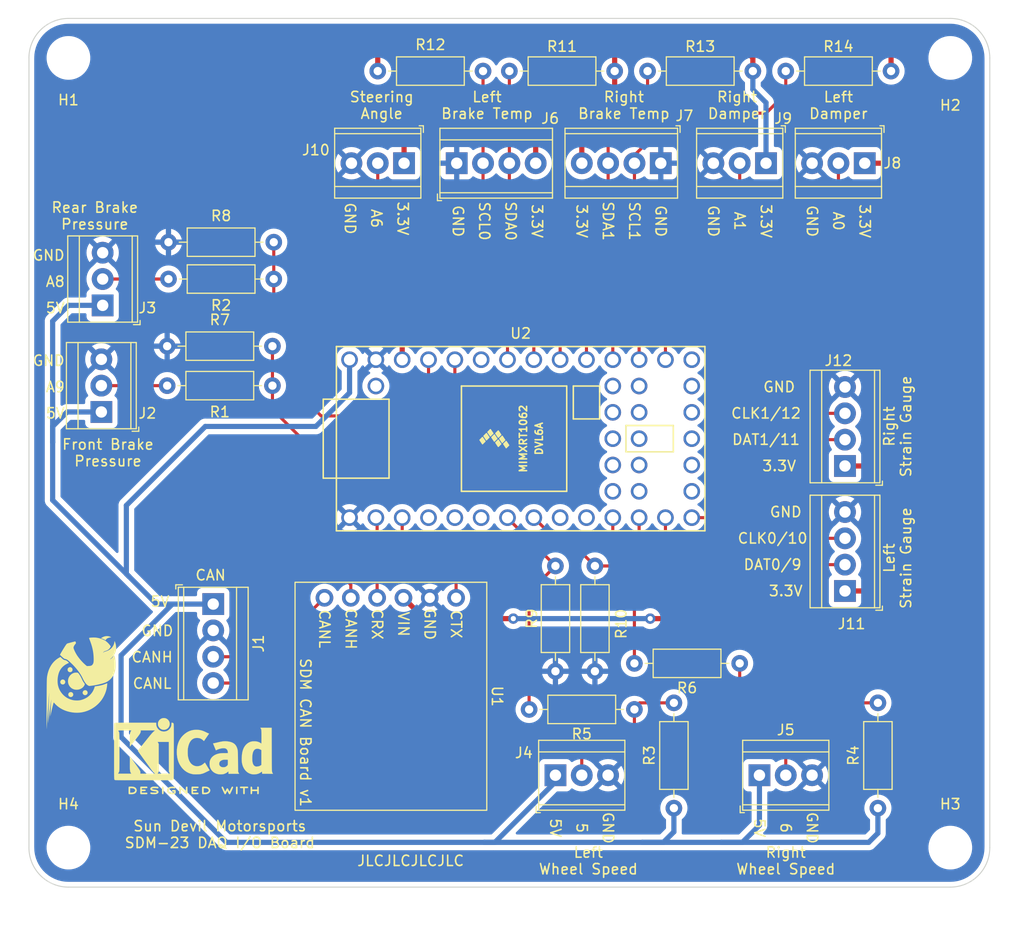
<source format=kicad_pcb>
(kicad_pcb (version 20211014) (generator pcbnew)
  (title_block (title "SDM-23 DAQ I/O Board") (date "2023-01-22") (rev "v1"))
  (layers (0 "F.Cu" signal) (31 "B.Cu" signal) (34 "B.Paste" user) (35 "F.Paste" user) (36 "B.SilkS" user "B.Silkscreen") (37 "F.SilkS" user "F.Silkscreen") (38 "B.Mask" user) (39 "F.Mask" user) (44 "Edge.Cuts" user))
  (net 0 "")
  (net 1 "+5V")
  (net 2 "Net-(J1-Pad3)")
  (net 3 "Net-(J1-Pad4)")
  (net 4 "GND")
  (net 5 "Net-(J2-Pad2)")
  (net 6 "Net-(J3-Pad2)")
  (net 7 "Net-(J4-Pad2)")
  (net 8 "Net-(J5-Pad2)")
  (net 9 "/SCL0")
  (net 10 "/SDA0")
  (net 11 "+3.3V")
  (net 12 "/SCL1")
  (net 13 "/SDA1")
  (net 14 "/A0")
  (net 15 "/A1")
  (net 16 "/A6")
  (net 17 "/DAT0")
  (net 18 "/CLK0")
  (net 19 "/DAT1")
  (net 20 "/CLK1")
  (net 21 "/A9")
  (net 22 "/A8")
  (net 23 "/5")
  (net 24 "/6")
  (net 25 "/CTX2")
  (net 26 "/CRX2")
  (footprint "TerminalBlock_TE-Connectivity:TerminalBlock_TE_282834-4_1x04_P2.54mm_Horizontal" (layer "F.Cu") (at 141.912 69.432)
    (fp_text reference "J6" (at 9.017 -4.318) (layer "F.SilkS"))
    (fp_text value "LeftBrakeTemp")
    (pad "1" thru_hole rect (at 0 0) (size 2.1 2.1) (drill 1.1) (layers *.Cu *.Mask) (net 4 "GND"))
    (pad "2" thru_hole circle (at 2.54 0) (size 2.1 2.1) (drill 1.1) (layers *.Cu *.Mask) (net 9 "/SCL0"))
    (pad "3" thru_hole circle (at 5.08 0) (size 2.1 2.1) (drill 1.1) (layers *.Cu *.Mask) (net 10 "/SDA0"))
    (pad "4" thru_hole circle (at 7.62 0) (size 2.1 2.1) (drill 1.1) (layers *.Cu *.Mask) (net 11 "+3.3V"))
  )
  (footprint "Resistor_THT:R_Axial_DIN0207_L6.3mm_D2.5mm_P10.16mm_Horizontal" (layer "F.Cu") (at 182.552 131.662 90)
    (fp_text reference "R4" (at 5.08 -2.37 90) (layer "F.SilkS"))
    (fp_text value "10k")
    (pad "1" thru_hole circle (at 0 0 90) (size 1.6 1.6) (drill 0.8) (layers *.Cu *.Mask) (net 1 "+5V"))
    (pad "2" thru_hole oval (at 10.16 0 90) (size 1.6 1.6) (drill 0.8) (layers *.Cu *.Mask) (net 8 "Net-(J5-Pad2)"))
  )
  (footprint "TerminalBlock_TE-Connectivity:TerminalBlock_TE_282834-4_1x04_P2.54mm_Horizontal" (layer "F.Cu") (at 179.377 98.647 90)
    (fp_text reference "J12" (at 10.165 -0.635 180) (layer "F.SilkS"))
    (fp_text value "RightStrainGauge")
    (pad "1" thru_hole rect (at 0 0 90) (size 2.1 2.1) (drill 1.1) (layers *.Cu *.Mask) (net 11 "+3.3V"))
    (pad "2" thru_hole circle (at 2.54 0 90) (size 2.1 2.1) (drill 1.1) (layers *.Cu *.Mask) (net 19 "/DAT1"))
    (pad "3" thru_hole circle (at 5.08 0 90) (size 2.1 2.1) (drill 1.1) (layers *.Cu *.Mask) (net 20 "/CLK1"))
    (pad "4" thru_hole circle (at 7.62 0 90) (size 2.1 2.1) (drill 1.1) (layers *.Cu *.Mask) (net 4 "GND"))
  )
  (footprint "MountingHole:MountingHole_3.2mm_M3" (layer "F.Cu") (at 104.447 135.472)
    (fp_text reference "H4" (at 0 -4.2) (layer "F.SilkS"))
    (fp_text value "M3")
    (pad "" np_thru_hole circle (at 0 0) (size 3.2 3.2) (drill 3.2) (layers *.Cu *.Mask))
  )
  (footprint "Resistor_THT:R_Axial_DIN0207_L6.3mm_D2.5mm_P10.16mm_Horizontal" (layer "F.Cu") (at 162.867 131.662 90)
    (fp_text reference "R3" (at 5.08 -2.37 90) (layer "F.SilkS"))
    (fp_text value "10k")
    (pad "1" thru_hole circle (at 0 0 90) (size 1.6 1.6) (drill 0.8) (layers *.Cu *.Mask) (net 1 "+5V"))
    (pad "2" thru_hole oval (at 10.16 0 90) (size 1.6 1.6) (drill 0.8) (layers *.Cu *.Mask) (net 7 "Net-(J4-Pad2)"))
  )
  (footprint "Resistor_THT:R_Axial_DIN0207_L6.3mm_D2.5mm_P10.16mm_Horizontal" (layer "F.Cu") (at 124.132 87.085 180)
    (fp_text reference "R7" (at 5.08 2.54) (layer "F.SilkS"))
    (fp_text value "4.7k")
    (pad "1" thru_hole circle (at 0 0 180) (size 1.6 1.6) (drill 0.8) (layers *.Cu *.Mask) (net 21 "/A9"))
    (pad "2" thru_hole oval (at 10.16 0 180) (size 1.6 1.6) (drill 0.8) (layers *.Cu *.Mask) (net 4 "GND"))
  )
  (footprint "Resistor_THT:R_Axial_DIN0207_L6.3mm_D2.5mm_P10.16mm_Horizontal" (layer "F.Cu") (at 155.247 108.294 -90)
    (fp_text reference "R10" (at 5.588 -2.54 90) (layer "F.SilkS"))
    (fp_text value "4.7k")
    (pad "1" thru_hole circle (at 0 0 270) (size 1.6 1.6) (drill 0.8) (layers *.Cu *.Mask) (net 24 "/6"))
    (pad "2" thru_hole oval (at 10.16 0 270) (size 1.6 1.6) (drill 0.8) (layers *.Cu *.Mask) (net 4 "GND"))
  )
  (footprint "TerminalBlock_TE-Connectivity:TerminalBlock_TE_282834-3_1x03_P2.54mm_Horizontal" (layer "F.Cu") (at 181.282 69.432 180)
    (fp_text reference "J8" (at -2.667 0) (layer "F.SilkS"))
    (fp_text value "LeftDamper")
    (pad "1" thru_hole rect (at 0 0 180) (size 2.1 2.1) (drill 1.1) (layers *.Cu *.Mask) (net 11 "+3.3V"))
    (pad "2" thru_hole circle (at 2.54 0 180) (size 2.1 2.1) (drill 1.1) (layers *.Cu *.Mask) (net 14 "/A0"))
    (pad "3" thru_hole circle (at 5.08 0 180) (size 2.1 2.1) (drill 1.1) (layers *.Cu *.Mask) (net 4 "GND"))
  )
  (footprint "TerminalBlock_TE-Connectivity:TerminalBlock_TE_282834-3_1x03_P2.54mm_Horizontal" (layer "F.Cu") (at 107.749 83.148 90)
    (fp_text reference "J3" (at -0.254 4.318 180) (layer "F.SilkS"))
    (fp_text value "RearBrakePressure")
    (pad "1" thru_hole rect (at 0 0 90) (size 2.1 2.1) (drill 1.1) (layers *.Cu *.Mask) (net 1 "+5V"))
    (pad "2" thru_hole circle (at 2.54 0 90) (size 2.1 2.1) (drill 1.1) (layers *.Cu *.Mask) (net 6 "Net-(J3-Pad2)"))
    (pad "3" thru_hole circle (at 5.08 0 90) (size 2.1 2.1) (drill 1.1) (layers *.Cu *.Mask) (net 4 "GND"))
  )
  (footprint "Resistor_THT:R_Axial_DIN0207_L6.3mm_D2.5mm_P10.16mm_Horizontal" (layer "F.Cu") (at 113.972 90.895)
    (fp_text reference "R1" (at 5.08 2.54) (layer "F.SilkS"))
    (fp_text value "4.7k")
    (pad "1" thru_hole circle (at 0 0) (size 1.6 1.6) (drill 0.8) (layers *.Cu *.Mask) (net 5 "Net-(J2-Pad2)"))
    (pad "2" thru_hole oval (at 10.16 0) (size 1.6 1.6) (drill 0.8) (layers *.Cu *.Mask) (net 21 "/A9"))
  )
  (footprint "Resistor_THT:R_Axial_DIN0207_L6.3mm_D2.5mm_P10.16mm_Horizontal" (layer "F.Cu") (at 114.099 80.608)
    (fp_text reference "R2" (at 5.08 2.54) (layer "F.SilkS"))
    (fp_text value "4.7k")
    (pad "1" thru_hole circle (at 0 0) (size 1.6 1.6) (drill 0.8) (layers *.Cu *.Mask) (net 6 "Net-(J3-Pad2)"))
    (pad "2" thru_hole oval (at 10.16 0) (size 1.6 1.6) (drill 0.8) (layers *.Cu *.Mask) (net 22 "/A8"))
  )
  (footprint "Symbol:KiCad-Logo2_6mm_SilkScreen" (layer "F.Cu") (at 116.512 125.947)
    (fp_text reference "REF**" hide)
    (fp_text value "KiCad-Logo2_6mm_SilkScreen" hide)
  )
  (footprint "Resistor_THT:R_Axial_DIN0207_L6.3mm_D2.5mm_P10.16mm_Horizontal" (layer "F.Cu") (at 146.992 60.542)
    (fp_text reference "R11" (at 5.08 -2.37) (layer "F.SilkS"))
    (fp_text value "4.7k")
    (pad "1" thru_hole circle (at 0 0) (size 1.6 1.6) (drill 0.8) (layers *.Cu *.Mask) (net 10 "/SDA0"))
    (pad "2" thru_hole oval (at 10.16 0) (size 1.6 1.6) (drill 0.8) (layers *.Cu *.Mask) (net 11 "+3.3V"))
  )
  (footprint "MountingHole:MountingHole_3.2mm_M3" (layer "F.Cu") (at 104.447 59.272)
    (fp_text reference "H1" (at 0 4.064) (layer "F.SilkS"))
    (fp_text value "M3")
    (pad "" np_thru_hole circle (at 0 0) (size 3.2 3.2) (drill 3.2) (layers *.Cu *.Mask))
  )
  (footprint "SDM:SDM_CANBoard_v1" (layer "F.Cu") (at 143.812 120.867 -90)
    (fp_text reference "U1" (at 0 -2 -90 unlocked) (layer "F.SilkS"))
    (fp_text value "SN65HVD230_CAN_Transceiver")
    (fp_text user "CTX" (at -6.96 1.96 -90 unlocked) (layer "F.SilkS"))
    (fp_text user "CANH" (at -6.5 12.12 -90 unlocked) (layer "F.SilkS"))
    (fp_text user "CRX" (at -6.96 9.58 -90 unlocked) (layer "F.SilkS"))
    (fp_text user "SDM CAN Board v1" (at 3.5 16.5 -90 unlocked) (layer "F.SilkS"))
    (fp_text user "CANL" (at -6.5 14.66 -90 unlocked) (layer "F.SilkS"))
    (fp_text user "VIN" (at -6.96 7.04 -90 unlocked) (layer "F.SilkS"))
    (fp_text user "GND" (at -6.96 4.5 -90 unlocked) (layer "F.SilkS"))
    (pad "1" thru_hole circle (at -9.5 1.96 270) (size 1.7 1.7) (drill 1) (layers *.Cu *.Mask) (net 25 "/CTX2"))
    (pad "2" thru_hole circle (at -9.5 4.5 270) (size 1.7 1.7) (drill 1) (layers *.Cu *.Mask) (net 4 "GND"))
    (pad "3" thru_hole circle (at -9.5 7.04 270) (size 1.7 1.7) (drill 1) (layers *.Cu *.Mask) (net 11 "+3.3V"))
    (pad "4" thru_hole circle (at -9.5 9.58 270) (size 1.7 1.7) (drill 1) (layers *.Cu *.Mask) (net 26 "/CRX2"))
    (pad "5" thru_hole circle (at -9.5 12.12 270) (size 1.7 1.7) (drill 1) (layers *.Cu *.Mask) (net 2 "Net-(J1-Pad3)"))
    (pad "6" thru_hole circle (at -9.5 14.66 270) (size 1.7 1.7) (drill 1) (layers *.Cu *.Mask) (net 3 "Net-(J1-Pad4)"))
  )
  (footprint "TerminalBlock_TE-Connectivity:TerminalBlock_TE_282834-3_1x03_P2.54mm_Horizontal" (layer "F.Cu") (at 107.622 93.435 90)
    (fp_text reference "J2" (at -0.127 4.445 180) (layer "F.SilkS"))
    (fp_text value "FrontBrakePressure")
    (pad "1" thru_hole rect (at 0 0 90) (size 2.1 2.1) (drill 1.1) (layers *.Cu *.Mask) (net 1 "+5V"))
    (pad "2" thru_hole circle (at 2.54 0 90) (size 2.1 2.1) (drill 1.1) (layers *.Cu *.Mask) (net 5 "Net-(J2-Pad2)"))
    (pad "3" thru_hole circle (at 5.08 0 90) (size 2.1 2.1) (drill 1.1) (layers *.Cu *.Mask) (net 4 "GND"))
  )
  (footprint "TerminalBlock_TE-Connectivity:TerminalBlock_TE_282834-4_1x04_P2.54mm_Horizontal" (layer "F.Cu") (at 161.602 69.432 180)
    (fp_text reference "J7" (at -2.281 4.572) (layer "F.SilkS"))
    (fp_text value "RightBrakeTemp")
    (pad "1" thru_hole rect (at 0 0 180) (size 2.1 2.1) (drill 1.1) (layers *.Cu *.Mask) (net 4 "GND"))
    (pad "2" thru_hole circle (at 2.54 0 180) (size 2.1 2.1) (drill 1.1) (layers *.Cu *.Mask) (net 12 "/SCL1"))
    (pad "3" thru_hole circle (at 5.08 0 180) (size 2.1 2.1) (drill 1.1) (layers *.Cu *.Mask) (net 13 "/SDA1"))
    (pad "4" thru_hole circle (at 7.62 0 180) (size 2.1 2.1) (drill 1.1) (layers *.Cu *.Mask) (net 11 "+3.3V"))
  )
  (footprint "Resistor_THT:R_Axial_DIN0207_L6.3mm_D2.5mm_P10.16mm_Horizontal" (layer "F.Cu") (at 169.217 117.692 180)
    (fp_text reference "R6" (at 5.08 -2.37) (layer "F.SilkS"))
    (fp_text value "4.7k")
    (pad "1" thru_hole circle (at 0 0 180) (size 1.6 1.6) (drill 0.8) (layers *.Cu *.Mask) (net 8 "Net-(J5-Pad2)"))
    (pad "2" thru_hole oval (at 10.16 0 180) (size 1.6 1.6) (drill 0.8) (layers *.Cu *.Mask) (net 24 "/6"))
  )
  (footprint "TerminalBlock_TE-Connectivity:TerminalBlock_TE_282834-3_1x03_P2.54mm_Horizontal" (layer "F.Cu") (at 136.832 69.432 180)
    (fp_text reference "J10" (at 8.509 1.27) (layer "F.SilkS"))
    (fp_text value "SteeringAngle")
    (pad "1" thru_hole rect (at 0 0 180) (size 2.1 2.1) (drill 1.1) (layers *.Cu *.Mask) (net 11 "+3.3V"))
    (pad "2" thru_hole circle (at 2.54 0 180) (size 2.1 2.1) (drill 1.1) (layers *.Cu *.Mask) (net 16 "/A6"))
    (pad "3" thru_hole circle (at 5.08 0 180) (size 2.1 2.1) (drill 1.1) (layers *.Cu *.Mask) (net 4 "GND"))
  )
  (footprint "Resistor_THT:R_Axial_DIN0207_L6.3mm_D2.5mm_P10.16mm_Horizontal" (layer "F.Cu") (at 160.327 60.542)
    (fp_text reference "R13" (at 5.08 -2.37) (layer "F.SilkS"))
    (fp_text value "4.7k")
    (pad "1" thru_hole circle (at 0 0) (size 1.6 1.6) (drill 0.8) (layers *.Cu *.Mask) (net 13 "/SDA1"))
    (pad "2" thru_hole oval (at 10.16 0) (size 1.6 1.6) (drill 0.8) (layers *.Cu *.Mask) (net 11 "+3.3V"))
  )
  (footprint "MountingHole:MountingHole_3.2mm_M3" (layer "F.Cu") (at 189.537 135.472)
    (fp_text reference "H3" (at 0 -4.2) (layer "F.SilkS"))
    (fp_text value "M3")
    (pad "" np_thru_hole circle (at 0 0) (size 3.2 3.2) (drill 3.2) (layers *.Cu *.Mask))
  )
  (footprint "Resistor_THT:R_Axial_DIN0207_L6.3mm_D2.5mm_P10.16mm_Horizontal" (layer "F.Cu") (at 124.259 77.052 180)
    (fp_text reference "R8" (at 5.08 2.54) (layer "F.SilkS"))
    (fp_text value "4.7k")
    (pad "1" thru_hole circle (at 0 0 180) (size 1.6 1.6) (drill 0.8) (layers *.Cu *.Mask) (net 22 "/A8"))
    (pad "2" thru_hole oval (at 10.16 0 180) (size 1.6 1.6) (drill 0.8) (layers *.Cu *.Mask) (net 4 "GND"))
  )
  (footprint "TerminalBlock_TE-Connectivity:TerminalBlock_TE_282834-4_1x04_P2.54mm_Horizontal" (layer "F.Cu") (at 179.377 110.707 90)
    (fp_text reference "J11" (at -3.175 0.635 180) (layer "F.SilkS"))
    (fp_text value "LeftStrainGauge")
    (pad "1" thru_hole rect (at 0 0 90) (size 2.1 2.1) (drill 1.1) (layers *.Cu *.Mask) (net 11 "+3.3V"))
    (pad "2" thru_hole circle (at 2.54 0 90) (size 2.1 2.1) (drill 1.1) (layers *.Cu *.Mask) (net 17 "/DAT0"))
    (pad "3" thru_hole circle (at 5.08 0 90) (size 2.1 2.1) (drill 1.1) (layers *.Cu *.Mask) (net 18 "/CLK0"))
    (pad "4" thru_hole circle (at 7.62 0 90) (size 2.1 2.1) (drill 1.1) (layers *.Cu *.Mask) (net 4 "GND"))
  )
  (footprint "MountingHole:MountingHole_3.2mm_M3" (layer "F.Cu") (at 189.537 59.272)
    (fp_text reference "H2" (at 0 4.572) (layer "F.SilkS"))
    (fp_text value "M3")
    (pad "" np_thru_hole circle (at 0 0) (size 3.2 3.2) (drill 3.2) (layers *.Cu *.Mask))
  )
  (footprint "Teensy:Teensy40" (layer "F.Cu") (at 148.082 96.012)
    (fp_text reference "U2" (at 0 -10.16) (layer "F.SilkS"))
    (fp_text value "Teensy4.0")
    (fp_text user "DVL6A" (at 1.778 0 90) (layer "F.SilkS") (effects (font (size 0.7 0.7))))
    (fp_text user "MIMXRT1062" (at 0.254 0 90) (layer "F.SilkS") (effects (font (size 0.7 0.7))))
    (pad "1" thru_hole circle locked (at -16.51 7.62) (size 1.6 1.6) (drill 1.1) (layers *.Cu *.Mask) (net 4 "GND"))
    (pad "2" thru_hole circle locked (at -13.97 7.62) (size 1.6 1.6) (drill 1.1) (layers *.Cu *.Mask) (net 26 "/CRX2"))
    (pad "3" thru_hole circle locked (at -11.43 7.62) (size 1.6 1.6) (drill 1.1) (layers *.Cu *.Mask) (net 25 "/CTX2"))
    (pad "4" thru_hole circle locked (at -8.89 7.62) (size 1.6 1.6) (drill 1.1) (layers *.Cu *.Mask))
    (pad "5" thru_hole circle locked (at -6.35 7.62) (size 1.6 1.6) (drill 1.1) (layers *.Cu *.Mask))
    (pad "6" thru_hole circle locked (at -3.81 7.62) (size 1.6 1.6) (drill 1.1) (layers *.Cu *.Mask))
    (pad "7" thru_hole circle locked (at -1.27 7.62) (size 1.6 1.6) (drill 1.1) (layers *.Cu *.Mask) (net 23 "/5"))
    (pad "8" thru_hole circle locked (at 1.27 7.62) (size 1.6 1.6) (drill 1.1) (layers *.Cu *.Mask) (net 24 "/6"))
    (pad "9" thru_hole circle locked (at 3.81 7.62) (size 1.6 1.6) (drill 1.1) (layers *.Cu *.Mask))
    (pad "10" thru_hole circle locked (at 6.35 7.62) (size 1.6 1.6) (drill 1.1) (layers *.Cu *.Mask))
    (pad "11" thru_hole circle locked (at 8.89 7.62) (size 1.6 1.6) (drill 1.1) (layers *.Cu *.Mask) (net 17 "/DAT0"))
    (pad "12" thru_hole circle locked (at 11.43 7.62) (size 1.6 1.6) (drill 1.1) (layers *.Cu *.Mask) (net 18 "/CLK0"))
    (pad "13" thru_hole circle locked (at 13.97 7.62) (size 1.6 1.6) (drill 1.1) (layers *.Cu *.Mask) (net 19 "/DAT1"))
    (pad "14" thru_hole circle locked (at 16.51 7.62) (size 1.6 1.6) (drill 1.1) (layers *.Cu *.Mask) (net 20 "/CLK1"))
    (pad "15" thru_hole circle locked (at 16.51 5.08) (size 1.6 1.6) (drill 1.1) (layers *.Cu *.Mask))
    (pad "16" thru_hole circle locked (at 16.51 2.54) (size 1.6 1.6) (drill 1.1) (layers *.Cu *.Mask))
    (pad "17" thru_hole circle locked (at 16.51 0) (size 1.6 1.6) (drill 1.1) (layers *.Cu *.Mask))
    (pad "18" thru_hole circle locked (at 16.51 -2.54) (size 1.6 1.6) (drill 1.1) (layers *.Cu *.Mask))
    (pad "19" thru_hole circle locked (at 16.51 -5.08) (size 1.6 1.6) (drill 1.1) (layers *.Cu *.Mask))
    (pad "20" thru_hole circle locked (at 16.51 -7.62) (size 1.6 1.6) (drill 1.1) (layers *.Cu *.Mask))
    (pad "21" thru_hole circle locked (at 13.97 -7.62) (size 1.6 1.6) (drill 1.1) (layers *.Cu *.Mask) (net 14 "/A0"))
    (pad "22" thru_hole circle locked (at 11.43 -7.62) (size 1.6 1.6) (drill 1.1) (layers *.Cu *.Mask) (net 15 "/A1"))
    (pad "23" thru_hole circle locked (at 8.89 -7.62) (size 1.6 1.6) (drill 1.1) (layers *.Cu *.Mask) (net 12 "/SCL1"))
    (pad "24" thru_hole circle locked (at 6.35 -7.62) (size 1.6 1.6) (drill 1.1) (layers *.Cu *.Mask) (net 13 "/SDA1"))
    (pad "25" thru_hole circle locked (at 3.81 -7.62) (size 1.6 1.6) (drill 1.1) (layers *.Cu *.Mask) (net 10 "/SDA0"))
    (pad "26" thru_hole circle locked (at 1.27 -7.62) (size 1.6 1.6) (drill 1.1) (layers *.Cu *.Mask) (net 9 "/SCL0"))
    (pad "27" thru_hole circle locked (at -1.27 -7.62) (size 1.6 1.6) (drill 1.1) (layers *.Cu *.Mask) (net 16 "/A6"))
    (pad "28" thru_hole circle locked (at -3.81 -7.62) (size 1.6 1.6) (drill 1.1) (layers *.Cu *.Mask))
    (pad "29" thru_hole circle locked (at -6.35 -7.62) (size 1.6 1.6) (drill 1.1) (layers *.Cu *.Mask) (net 21 "/A9"))
    (pad "30" thru_hole circle locked (at -8.89 -7.62) (size 1.6 1.6) (drill 1.1) (layers *.Cu *.Mask) (net 22 "/A8"))
    (pad "31" thru_hole circle locked (at -11.43 -7.62) (size 1.6 1.6) (drill 1.1) (layers *.Cu *.Mask) (net 11 "+3.3V"))
    (pad "32" thru_hole circle locked (at -13.97 -7.62) (size 1.6 1.6) (drill 1.1) (layers *.Cu *.Mask) (net 4 "GND"))
    (pad "33" thru_hole circle locked (at -16.51 -7.62) (size 1.6 1.6) (drill 1.1) (layers *.Cu *.Mask) (net 1 "+5V"))
    (pad "34" thru_hole circle locked (at -13.97 -5.08) (size 1.6 1.6) (drill 1.1) (layers *.Cu *.Mask))
    (pad "35" thru_hole circle locked (at 11.43 -5.08) (size 1.6 1.6) (drill 1.1) (layers *.Cu *.Mask))
    (pad "36" thru_hole circle locked (at 8.89 -5.08) (size 1.6 1.6) (drill 1.1) (layers *.Cu *.Mask))
    (pad "37" thru_hole circle locked (at 11.43 -2.54) (size 1.6 1.6) (drill 1.1) (layers *.Cu *.Mask))
    (pad "38" thru_hole circle locked (at 8.89 -2.54) (size 1.6 1.6) (drill 1.1) (layers *.Cu *.Mask))
    (pad "39" thru_hole circle locked (at 11.43 0) (size 1.6 1.6) (drill 1.1) (layers *.Cu *.Mask))
    (pad "40" thru_hole circle locked (at 8.89 0) (size 1.6 1.6) (drill 1.1) (layers *.Cu *.Mask))
    (pad "41" thru_hole circle locked (at 11.43 2.54) (size 1.6 1.6) (drill 1.1) (layers *.Cu *.Mask))
    (pad "42" thru_hole circle locked (at 8.89 2.54) (size 1.6 1.6) (drill 1.1) (layers *.Cu *.Mask))
    (pad "43" thru_hole circle locked (at 11.43 5.08) (size 1.6 1.6) (drill 1.1) (layers *.Cu *.Mask))
    (pad "44" thru_hole circle locked (at 8.89 5.08) (size 1.6 1.6) (drill 1.1) (layers *.Cu *.Mask))
  )
  (footprint "Resistor_THT:R_Axial_DIN0207_L6.3mm_D2.5mm_P10.16mm_Horizontal" (layer "F.Cu") (at 173.662 60.542)
    (fp_text reference "R14" (at 5.08 -2.37) (layer "F.SilkS"))
    (fp_text value "4.7k")
    (pad "1" thru_hole circle (at 0 0) (size 1.6 1.6) (drill 0.8) (layers *.Cu *.Mask) (net 12 "/SCL1"))
    (pad "2" thru_hole oval (at 10.16 0) (size 1.6 1.6) (drill 0.8) (layers *.Cu *.Mask) (net 11 "+3.3V"))
  )
  (footprint "TerminalBlock_TE-Connectivity:TerminalBlock_TE_282834-3_1x03_P2.54mm_Horizontal" (layer "F.Cu") (at 171.122 128.487)
    (fp_text reference "J5" (at 2.54 -4.37) (layer "F.SilkS"))
    (fp_text value "RightWheelSpeed")
    (pad "1" thru_hole rect (at 0 0) (size 2.1 2.1) (drill 1.1) (layers *.Cu *.Mask) (net 1 "+5V"))
    (pad "2" thru_hole circle (at 2.54 0) (size 2.1 2.1) (drill 1.1) (layers *.Cu *.Mask) (net 8 "Net-(J5-Pad2)"))
    (pad "3" thru_hole circle (at 5.08 0) (size 2.1 2.1) (drill 1.1) (layers *.Cu *.Mask) (net 4 "GND"))
  )
  (footprint "SDM:Logo" (layer "F.Cu") (at 105.717 119.597 -90)
    (fp_text reference "G***" hide)
    (fp_text value "LOGO" hide)
  )
  (footprint "Resistor_THT:R_Axial_DIN0207_L6.3mm_D2.5mm_P10.16mm_Horizontal" (layer "F.Cu") (at 151.437 108.294 -90)
    (fp_text reference "R9" (at 5.08 2.286 90) (layer "F.SilkS"))
    (fp_text value "4.7k")
    (pad "1" thru_hole circle (at 0 0 270) (size 1.6 1.6) (drill 0.8) (layers *.Cu *.Mask) (net 23 "/5"))
    (pad "2" thru_hole oval (at 10.16 0 270) (size 1.6 1.6) (drill 0.8) (layers *.Cu *.Mask) (net 4 "GND"))
  )
  (footprint "Resistor_THT:R_Axial_DIN0207_L6.3mm_D2.5mm_P10.16mm_Horizontal" (layer "F.Cu") (at 159.057 122.137 180)
    (fp_text reference "R5" (at 5.08 -2.37) (layer "F.SilkS"))
    (fp_text value "4.7k")
    (pad "1" thru_hole circle (at 0 0 180) (size 1.6 1.6) (drill 0.8) (layers *.Cu *.Mask) (net 7 "Net-(J4-Pad2)"))
    (pad "2" thru_hole oval (at 10.16 0 180) (size 1.6 1.6) (drill 0.8) (layers *.Cu *.Mask) (net 23 "/5"))
  )
  (footprint "TerminalBlock_TE-Connectivity:TerminalBlock_TE_282834-4_1x04_P2.54mm_Horizontal" (layer "F.Cu") (at 118.417 111.972 -90)
    (fp_text reference "J1" (at 3.81 -4.37 90) (layer "F.SilkS"))
    (fp_text value "CAN")
    (pad "1" thru_hole rect (at 0 0 270) (size 2.1 2.1) (drill 1.1) (layers *.Cu *.Mask) (net 1 "+5V"))
    (pad "2" thru_hole circle (at 2.54 0 270) (size 2.1 2.1) (drill 1.1) (layers *.Cu *.Mask) (net 4 "GND"))
    (pad "3" thru_hole circle (at 5.08 0 270) (size 2.1 2.1) (drill 1.1) (layers *.Cu *.Mask) (net 2 "Net-(J1-Pad3)"))
    (pad "4" thru_hole circle (at 7.62 0 270) (size 2.1 2.1) (drill 1.1) (layers *.Cu *.Mask) (net 3 "Net-(J1-Pad4)"))
  )
  (footprint "TerminalBlock_TE-Connectivity:TerminalBlock_TE_282834-3_1x03_P2.54mm_Horizontal" (layer "F.Cu") (at 171.757 69.432 180)
    (fp_text reference "J9" (at -1.66 4.318) (layer "F.SilkS"))
    (fp_text value "RightDamper")
    (pad "1" thru_hole rect (at 0 0 180) (size 2.1 2.1) (drill 1.1) (layers *.Cu *.Mask) (net 11 "+3.3V"))
    (pad "2" thru_hole circle (at 2.54 0 180) (size 2.1 2.1) (drill 1.1) (layers *.Cu *.Mask) (net 15 "/A1"))
    (pad "3" thru_hole circle (at 5.08 0 180) (size 2.1 2.1) (drill 1.1) (layers *.Cu *.Mask) (net 4 "GND"))
  )
  (footprint "TerminalBlock_TE-Connectivity:TerminalBlock_TE_282834-3_1x03_P2.54mm_Horizontal" (layer "F.Cu") (at 151.437 128.487)
    (fp_text reference "J4" (at -3.048 -2.159) (layer "F.SilkS"))
    (fp_text value "LeftWheelSpeed")
    (pad "1" thru_hole rect (at 0 0) (size 2.1 2.1) (drill 1.1) (layers *.Cu *.Mask) (net 1 "+5V"))
    (pad "2" thru_hole circle (at 2.54 0) (size 2.1 2.1) (drill 1.1) (layers *.Cu *.Mask) (net 7 "Net-(J4-Pad2)"))
    (pad "3" thru_hole circle (at 5.08 0) (size 2.1 2.1) (drill 1.1) (layers *.Cu *.Mask) (net 4 "GND"))
  )
  (footprint "Resistor_THT:R_Axial_DIN0207_L6.3mm_D2.5mm_P10.16mm_Horizontal" (layer "F.Cu") (at 144.452 60.542 180)
    (fp_text reference "R12" (at 5.08 2.54) (layer "F.SilkS"))
    (fp_text value "4.7k")
    (pad "1" thru_hole circle (at 0 0 180) (size 1.6 1.6) (drill 0.8) (layers *.Cu *.Mask) (net 9 "/SCL0"))
    (pad "2" thru_hole oval (at 10.16 0 180) (size 1.6 1.6) (drill 0.8) (layers *.Cu *.Mask) (net 11 "+3.3V"))
  )
  (gr_arc (start 100.637 59.272) (mid 101.752923 56.577923) (end 104.447 55.462) (layer "Edge.Cuts") (width 0.1))
  (gr_line (start 193.347 59.272) (end 193.347 135.472) (layer "Edge.Cuts") (width 0.1))
  (gr_arc (start 189.537 55.462) (mid 192.231077 56.577923) (end 193.347 59.272) (layer "Edge.Cuts") (width 0.1))
  (gr_line (start 104.447 55.462) (end 189.537 55.462) (layer "Edge.Cuts") (width 0.1))
  (gr_arc (start 104.447 139.282) (mid 101.752923 138.166077) (end 100.637 135.472) (layer "Edge.Cuts") (width 0.1))
  (gr_line (start 189.537 139.282) (end 104.447 139.282) (layer "Edge.Cuts") (width 0.1))
  (gr_arc (start 193.347 135.472) (mid 192.231077 138.166077) (end 189.537 139.282) (layer "Edge.Cuts") (width 0.1))
  (gr_line (start 100.637 135.472) (end 100.637 59.272) (layer "Edge.Cuts") (width 0.1))
  (gr_text "A6" (at 134.165 74.766 270) (layer "F.SilkS") (effects (font (size 1 1))))
  (gr_text "GND" (at 142.039 75.02 270) (layer "F.SilkS") (effects (font (size 1 1))))
  (gr_text "Right\nWheel Speed" (at 173.662 136.742) (layer "F.SilkS") (effects (font (size 1 1))))
  (gr_text "Steering\nAngle" (at 134.673 63.844) (layer "F.SilkS") (effects (font (size 1 1))))
  (gr_text "SCL1" (at 159.057 75.02 270) (layer "F.SilkS") (effects (font (size 1 1))))
  (gr_text "Left\nStrain Gauge" (at 184.457 107.532 90) (layer "F.SilkS") (effects (font (size 1 1))))
  (gr_text "GND" (at 176.202 133.567 270) (layer "F.SilkS") (effects (font (size 1 1))))
  (gr_text "A9" (at 103.177 91.022) (layer "F.SilkS") (effects (font (size 1 1))))
  (gr_text "JLCJLCJLCJLC" (at 137.467 136.742) (layer "F.SilkS") (effects (font (size 1 1))))
  (gr_text "3.3V" (at 136.705 74.766 270) (layer "F.SilkS") (effects (font (size 1 1))))
  (gr_text "6\n" (at 173.662 133.567 270) (layer "F.SilkS") (effects (font (size 1 1))))
  (gr_text "GND" (at 161.597 75.02 270) (layer "F.SilkS") (effects (font (size 1 1))))
  (gr_text "DAT0/9" (at 172.392 108.167) (layer "F.SilkS") (effects (font (size 1 1))))
  (gr_text "GND" (at 173.027 91.022) (layer "F.SilkS") (effects (font (size 1 1))))
  (gr_text "Left\nBrake Temp" (at 144.833 63.844) (layer "F.SilkS") (effects (font (size 1 1))))
  (gr_text "Left\nDamper" (at 178.742 63.844) (layer "F.SilkS") (effects (font (size 1 1))))
  (gr_text "SDA1" (at 156.517 75.02 270) (layer "F.SilkS") (effects (font (size 1 1))))
  (gr_text "GND" (at 102.542 88.482) (layer "F.SilkS") (effects (font (size 1 1))))
  (gr_text "GND" (at 176.202 75.02 270) (layer "F.SilkS") (effects (font (size 1 1))))
  (gr_text "3.3V" (at 171.757 75.02 270) (layer "F.SilkS") (effects (font (size 1 1))))
  (gr_text "Right\nDamper" (at 168.963 63.844) (layer "F.SilkS") (effects (font (size 1 1))))
  (gr_text "Left\nWheel Speed" (at 154.612 136.742) (layer "F.SilkS") (effects (font (size 1 1))))
  (gr_text "CANL" (at 112.522 119.634) (layer "F.SilkS") (effects (font (size 1 1))))
  (gr_text "GND" (at 102.542 78.322) (layer "F.SilkS") (effects (font (size 1 1))))
  (gr_text "Front Brake\nPressure" (at 108.257 97.372) (layer "F.SilkS") (effects (font (size 1 1))))
  (gr_text "SDA0" (at 147.119 75.02 270) (layer "F.SilkS") (effects (font (size 1 1))))
  (gr_text "A1" (at 169.217 75.02 270) (layer "F.SilkS") (effects (font (size 1 1))))
  (gr_text "3.3V" (at 181.282 75.02 270) (layer "F.SilkS") (effects (font (size 1 1))))
  (gr_text "CLK0/10" (at 172.392 105.627) (layer "F.SilkS") (effects (font (size 1 1))))
  (gr_text "5V" (at 171.122 133.567 270) (layer "F.SilkS") (effects (font (size 1 1))))
  (gr_text "GND" (at 166.677 75.02 270) (layer "F.SilkS") (effects (font (size 1 1))))
  (gr_text "3.3V" (at 173.662 110.707) (layer "F.SilkS") (effects (font (size 1 1))))
  (gr_text "3.3V" (at 153.977 75.02 270) (layer "F.SilkS") (effects (font (size 1 1))))
  (gr_text "5V" (at 113.284 111.723) (layer "F.SilkS") (effects (font (size 1 1))))
  (gr_text "CLK1/12" (at 171.757 93.562) (layer "F.SilkS") (effects (font (size 1 1))))
  (gr_text "3.3V" (at 149.659 75.02 270) (layer "F.SilkS") (effects (font (size 1 1))))
  (gr_text "GND" (at 131.625 74.766 270) (layer "F.SilkS") (effects (font (size 1 1))))
  (gr_text "Rear Brake\nPressure" (at 106.987 74.512) (layer "F.SilkS") (effects (font (size 1 1))))
  (gr_text "A0" (at 178.742 75.02 270) (layer "F.SilkS") (effects (font (size 1 1))))
  (gr_text "DAT1/11" (at 171.757 96.102) (layer "F.SilkS") (effects (font (size 1 1))))
  (gr_text "Right\nBrake Temp" (at 158.041 63.844) (layer "F.SilkS") (effects (font (size 1 1))))
  (gr_text "A8" (at 103.177 80.862) (layer "F.SilkS") (effects (font (size 1 1))))
  (gr_text "GND" (at 156.517 133.567 270) (layer "F.SilkS") (effects (font (size 1 1))))
  (gr_text "SCL0" (at 144.579 75.02 270) (layer "F.SilkS") (effects (font (size 1 1))))
  (gr_text "5V" (at 103.177 93.562) (layer "F.SilkS") (effects (font (size 1 1))))
  (gr_text "5V" (at 103.177 83.402) (layer "F.SilkS") (effects (font (size 1 1))))
  (gr_text "CANH" (at 112.522 117.094) (layer "F.SilkS") (effects (font (size 1 1))))
  (gr_text "Right\nStrain Gauge" (at 184.457 94.832 90) (layer "F.SilkS") (effects (font (size 1 1))))
  (gr_text "GND" (at 113.03 114.554) (layer "F.SilkS") (effects (font (size 1 1))))
  (gr_text "GND" (at 173.662 103.087) (layer "F.SilkS") (effects (font (size 1 1))))
  (gr_text "5V" (at 151.437 133.567 270) (layer "F.SilkS") (effects (font (size 1 1))))
  (gr_text "3.3V" (at 173.027 98.642) (layer "F.SilkS") (effects (font (size 1 1))))
  (gr_text "Sun Devil Motorsports\nSDM-23 DAQ I/O Board" (at 119.052 134.202) (layer "F.SilkS") (effects (font (size 1 1))))
  (gr_text "5" (at 153.977 133.567 270) (layer "F.SilkS") (effects (font (size 1 1))))
  (gr_text "CAN\n" (at 118.163 109.183) (layer "F.SilkS") (effects (font (size 1 1))))
  (segment (start 110.035 109.056) (end 110.035 102.452) (width 0.5) (layer "B.Cu") (net 1))
  (segment (start 114.475 111.972) (end 109.527 116.92) (width 0.5) (layer "B.Cu") (net 1))
  (segment (start 118.417 111.972) (end 114.475 111.972) (width 0.5) (layer "B.Cu") (net 1))
  (segment (start 110.289 109.31) (end 110.035 109.056) (width 0.5) (layer "B.Cu") (net 1))
  (segment (start 117.655 94.832) (end 128.323 94.832) (width 0.5) (layer "B.Cu") (net 1))
  (segment (start 119.687 134.964) (end 144.579 134.964) (width 0.5) (layer "B.Cu") (net 1))
  (segment (start 144.579 134.964) (end 145.595 134.964) (width 0.5) (layer "B.Cu") (net 1))
  (segment (start 169.471 134.964) (end 171.122 133.313) (width 0.5) (layer "B.Cu") (net 1))
  (segment (start 110.035 102.452) (end 117.655 94.832) (width 0.5) (layer "B.Cu") (net 1))
  (segment (start 145.595 134.964) (end 151.437 129.122) (width 0.5) (layer "B.Cu") (net 1))
  (segment (start 161.851 134.964) (end 162.867 133.948) (width 0.5) (layer "B.Cu") (net 1))
  (segment (start 102.923 101.944) (end 102.923 96.356) (width 0.5) (layer "B.Cu") (net 1))
  (segment (start 114.475 111.972) (end 112.951 111.972) (width 0.5) (layer "B.Cu") (net 1))
  (segment (start 182.552 134.075) (end 182.552 131.662) (width 0.5) (layer "B.Cu") (net 1))
  (segment (start 112.951 111.972) (end 110.289 109.31) (width 0.5) (layer "B.Cu") (net 1))
  (segment (start 104.32 93.435) (end 107.622 93.435) (width 0.5) (layer "B.Cu") (net 1))
  (segment (start 102.923 94.832) (end 104.32 93.435) (width 0.5) (layer "B.Cu") (net 1))
  (segment (start 102.923 96.356) (end 102.923 94.832) (width 0.5) (layer "B.Cu") (net 1))
  (segment (start 162.867 133.948) (end 162.867 131.662) (width 0.5) (layer "B.Cu") (net 1))
  (segment (start 104.447 83.148) (end 107.749 83.148) (width 0.5) (layer "B.Cu") (net 1))
  (segment (start 131.572 91.583) (end 128.323 94.832) (width 0.5) (layer "B.Cu") (net 1))
  (segment (start 144.579 134.964) (end 159.819 134.964) (width 0.5) (layer "B.Cu") (net 1))
  (segment (start 151.437 129.122) (end 151.437 128.487) (width 0.5) (layer "B.Cu") (net 1))
  (segment (start 102.923 96.356) (end 102.923 84.672) (width 0.5) (layer "B.Cu") (net 1))
  (segment (start 102.923 84.672) (end 104.447 83.148) (width 0.5) (layer "B.Cu") (net 1))
  (segment (start 109.527 116.92) (end 109.527 124.804) (width 0.5) (layer "B.Cu") (net 1))
  (segment (start 110.289 109.31) (end 102.923 101.944) (width 0.5) (layer "B.Cu") (net 1))
  (segment (start 167.439 134.964) (end 181.663 134.964) (width 0.5) (layer "B.Cu") (net 1))
  (segment (start 181.663 134.964) (end 182.552 134.075) (width 0.5) (layer "B.Cu") (net 1))
  (segment (start 109.527 124.804) (end 119.687 134.964) (width 0.5) (layer "B.Cu") (net 1))
  (segment (start 171.122 133.313) (end 171.122 128.487) (width 0.5) (layer "B.Cu") (net 1))
  (segment (start 159.819 134.964) (end 167.439 134.964) (width 0.5) (layer "B.Cu") (net 1))
  (segment (start 159.819 134.964) (end 161.851 134.964) (width 0.5) (layer "B.Cu") (net 1))
  (segment (start 131.572 88.392) (end 131.572 91.583) (width 0.5) (layer "B.Cu") (net 1))
  (segment (start 167.439 134.964) (end 169.471 134.964) (width 0.5) (layer "B.Cu") (net 1))
  (segment (start 128.524 109.22) (end 130.81 109.22) (width 0.3) (layer "F.Cu") (net 2))
  (segment (start 118.417 117.052) (end 120.692 117.052) (width 0.3) (layer "F.Cu") (net 2))
  (segment (start 130.81 109.22) (end 131.692 110.102) (width 0.3) (layer "F.Cu") (net 2))
  (segment (start 120.692 117.052) (end 128.524 109.22) (width 0.3) (layer "F.Cu") (net 2))
  (segment (start 131.692 110.102) (end 131.692 111.367) (width 0.3) (layer "F.Cu") (net 2))
  (segment (start 120.927 119.592) (end 129.152 111.367) (width 0.3) (layer "F.Cu") (net 3))
  (segment (start 118.417 119.592) (end 120.927 119.592) (width 0.3) (layer "F.Cu") (net 3))
  (segment (start 107.622 90.895) (end 113.972 90.895) (width 0.3) (layer "F.Cu") (net 5))
  (segment (start 107.749 80.608) (end 114.099 80.608) (width 0.3) (layer "F.Cu") (net 6))
  (segment (start 159.057 122.137) (end 159.057 122.01) (width 0.3) (layer "F.Cu") (net 7))
  (segment (start 153.977 126.582) (end 155.755 124.804) (width 0.3) (layer "F.Cu") (net 7))
  (segment (start 159.057 123.534) (end 159.057 122.137) (width 0.3) (layer "F.Cu") (net 7))
  (segment (start 159.565 121.502) (end 162.867 121.502) (width 0.3) (layer "F.Cu") (net 7))
  (segment (start 159.057 122.01) (end 159.565 121.502) (width 0.3) (layer "F.Cu") (net 7))
  (segment (start 157.787 124.804) (end 159.057 123.534) (width 0.3) (layer "F.Cu") (net 7))
  (segment (start 153.977 128.487) (end 153.977 126.582) (width 0.3) (layer "F.Cu") (net 7))
  (segment (start 155.755 124.804) (end 157.787 124.804) (width 0.3) (layer "F.Cu") (net 7))
  (segment (start 173.662 126.455) (end 173.662 125.693) (width 0.3) (layer "F.Cu") (net 8))
  (segment (start 173.662 125.693) (end 177.853 121.502) (width 0.3) (layer "F.Cu") (net 8))
  (segment (start 173.662 126.455) (end 169.217 122.01) (width 0.3) (layer "F.Cu") (net 8))
  (segment (start 169.217 122.01) (end 169.217 117.692) (width 0.3) (layer "F.Cu") (net 8))
  (segment (start 177.853 121.502) (end 182.552 121.502) (width 0.3) (layer "F.Cu") (net 8))
  (segment (start 173.662 128.487) (end 173.662 126.455) (width 0.3) (layer "F.Cu") (net 8))
  (segment (start 144.452 60.542) (end 144.452 69.432) (width 0.3) (layer "F.Cu") (net 9))
  (segment (start 149.352 77.253) (end 144.452 72.353) (width 0.3) (layer "F.Cu") (net 9))
  (segment (start 149.352 88.392) (end 149.352 77.253) (width 0.3) (layer "F.Cu") (net 9))
  (segment (start 144.452 72.353) (end 144.452 69.432) (width 0.3) (layer "F.Cu") (net 9))
  (segment (start 146.992 72.353) (end 151.892 77.253) (width 0.3) (layer "F.Cu") (net 10))
  (segment (start 151.892 77.253) (end 151.892 88.392) (width 0.3) (layer "F.Cu") (net 10))
  (segment (start 146.992 69.432) (end 146.992 60.542) (width 0.3) (layer "F.Cu") (net 10))
  (segment (start 146.992 69.432) (end 146.992 72.353) (width 0.3) (layer "F.Cu") (net 10))
  (segment (start 136.197 65.622) (end 136.832 66.257) (width 0.5) (layer "F.Cu") (net 11))
  (segment (start 156.517 58.002) (end 169.217 58.002) (width 0.5) (layer "F.Cu") (net 11))
  (segment (start 183.187 58.002) (end 183.822 58.637) (width 0.5) (layer "F.Cu") (net 11))
  (segment (start 136.652 88.392) (end 136.652 85.127) (width 0.5) (layer "F.Cu") (net 11))
  (segment (start 155.247 64.352) (end 154.739 64.352) (width 0.5) (layer "F.Cu") (net 11))
  (segment (start 185.727 95.848) (end 185.727 107.532) (width 0.5) (layer "F.Cu") (net 11))
  (segment (start 151.183 64.352) (end 149.532 66.003) (width 0.5) (layer "F.Cu") (net 11))
  (segment (start 185.727 107.532) (end 185.727 109.056) (width 0.5) (layer "F.Cu") (net 11))
  (segment (start 157.152 58.637) (end 156.517 58.002) (width 0.5) (layer "F.Cu") (net 11))
  (segment (start 185.727 95.848) (end 185.727 97.372) (width 0.5) (layer "F.Cu") (net 11))
  (segment (start 134.292 58.637) (end 133.657 58.002) (width 0.5) (layer "F.Cu") (net 11))
  (segment (start 157.152 60.542) (end 157.152 58.637) (width 0.5) (layer "F.Cu") (net 11))
  (segment (start 169.217 58.002) (end 181.917 58.002) (width 0.5) (layer "F.Cu") (net 11))
  (segment (start 126.037 68.162) (end 126.037 61.812) (width 0.5) (layer "F.Cu") (net 11))
  (segment (start 185.727 109.056) (end 185.727 111.342) (width 0.5) (layer "F.Cu") (net 11))
  (segment (start 126.037 74.512) (end 126.037 68.162) (width 0.5) (layer "F.Cu") (net 11))
  (segment (start 184.711 69.432) (end 181.282 69.432) (width 0.5) (layer "F.Cu") (net 11))
  (segment (start 184.965 58.002) (end 185.727 58.764) (width 0.5) (layer "F.Cu") (net 11))
  (segment (start 126.037 61.812) (end 129.847 58.002) (width 0.5) (layer "F.Cu") (net 11))
  (segment (start 128.577 65.622) (end 136.197 65.622) (width 0.5) (layer "F.Cu") (net 11))
  (segment (start 184.076 110.707) (end 179.377 110.707) (width 0.5) (layer "F.Cu") (net 11))
  (segment (start 153.982 65.109) (end 153.982 69.432) (width 0.5) (layer "F.Cu") (net 11))
  (segment (start 185.727 97.372) (end 184.452 98.647) (width 0.5) (layer "F.Cu") (net 11))
  (segment (start 138.779 113.374) (end 136.772 111.367) (width 0.5) (layer "F.Cu") (net 11))
  (segment (start 184.452 98.647) (end 179.377 98.647) (width 0.5) (layer "F.Cu") (net 11))
  (segment (start 185.727 109.056) (end 184.076 110.707) (width 0.5) (layer "F.Cu") (net 11))
  (segment (start 185.727 68.416) (end 184.711 69.432) (width 0.5) (layer "F.Cu") (net 11))
  (segment (start 185.727 111.342) (end 183.695 113.374) (width 0.5) (layer "F.Cu") (net 11))
  (segment (start 183.822 58.637) (end 183.822 60.542) (width 0.5) (layer "F.Cu") (net 11))
  (segment (start 154.739 64.352) (end 153.982 65.109) (width 0.5) (layer "F.Cu") (net 11))
  (segment (start 136.652 85.127) (end 126.037 74.512) (width 0.5) (layer "F.Cu") (net 11))
  (segment (start 149.532 66.003) (end 149.532 69.432) (width 0.5) (layer "F.Cu") (net 11))
  (segment (start 126.037 68.162) (end 128.577 65.622) (width 0.5) (layer "F.Cu") (net 11))
  (segment (start 154.739 64.352) (end 151.183 64.352) (width 0.5) (layer "F.Cu") (net 11))
  (segment (start 185.727 68.416) (end 185.727 95.848) (width 0.5) (layer "F.Cu") (net 11))
  (segment (start 134.292 60.542) (end 134.292 58.637) (width 0.5) (layer "F.Cu") (net 11))
  (segment (start 181.917 58.002) (end 184.965 58.002) (width 0.5) (layer "F.Cu") (net 11))
  (segment (start 185.727 58.764) (end 185.727 68.416) (width 0.5) (layer "F.Cu") (net 11))
  (segment (start 170.487 59.272) (end 169.217 58.002) (width 0.5) (layer "F.Cu") (net 11))
  (segment (start 170.487 60.542) (end 170.487 59.272) (width 0.5) (layer "F.Cu") (net 11))
  (segment (start 181.917 58.002) (end 183.187 58.002) (width 0.5) (layer "F.Cu") (net 11))
  (segment (start 157.152 60.542) (end 157.152 62.447) (width 0.5) (layer "F.Cu") (net 11))
  (segment (start 129.847 58.002) (end 156.517 58.002) (width 0.5) (layer "F.Cu") (net 11))
  (segment (start 147.373 113.374) (end 138.779 113.374) (width 0.5) (layer "F.Cu") (net 11))
  (segment (start 183.695 113.374) (end 160.581 113.374) (width 0.5) (layer "F.Cu") (net 11))
  (segment (start 136.832 66.257) (end 136.832 69.432) (width 0.5) (layer "F.Cu") (net 11))
  (segment (start 157.152 62.447) (end 155.247 64.352) (width 0.5) (layer "F.Cu") (net 11))
  (via (at 147.373 113.374) (size 1) (drill 0.5) (layers "F.Cu" "B.Cu") (net 11))
  (via (at 160.581 113.374) (size 1) (drill 0.5) (layers "F.Cu" "B.Cu") (net 11))
  (segment (start 170.487 62.32) (end 170.487 60.542) (width 0.5) (layer "B.Cu") (net 11))
  (segment (start 171.757 63.59) (end 170.487 62.32) (width 0.5) (layer "B.Cu") (net 11))
  (segment (start 171.757 69.432) (end 171.757 63.59) (width 0.5) (layer "B.Cu") (net 11))
  (segment (start 160.581 113.374) (end 147.373 113.374) (width 0.5) (layer "B.Cu") (net 11))
  (segment (start 159.062 68.665) (end 163.121 64.606) (width 0.3) (layer "F.Cu") (net 12))
  (segment (start 159.062 73.237) (end 156.972 75.327) (width 0.3) (layer "F.Cu") (net 12))
  (segment (start 171.757 64.606) (end 173.662 62.701) (width 0.3) (layer "F.Cu") (net 12))
  (segment (start 156.972 75.327) (end 156.972 88.392) (width 0.3) (layer "F.Cu") (net 12))
  (segment (start 163.121 64.606) (end 171.757 64.606) (width 0.3) (layer "F.Cu") (net 12))
  (segment (start 173.662 62.701) (end 173.662 60.542) (width 0.3) (layer "F.Cu") (net 12))
  (segment (start 159.062 69.432) (end 159.062 68.665) (width 0.3) (layer "F.Cu") (net 12))
  (segment (start 159.062 69.432) (end 159.062 73.237) (width 0.3) (layer "F.Cu") (net 12))
  (segment (start 160.327 60.542) (end 160.327 62.066) (width 0.3) (layer "F.Cu") (net 13))
  (segment (start 154.432 88.392) (end 154.432 74.819) (width 0.3) (layer "F.Cu") (net 13))
  (segment (start 154.432 74.819) (end 156.522 72.729) (width 0.3) (layer "F.Cu") (net 13))
  (segment (start 156.522 72.729) (end 156.522 69.432) (width 0.3) (layer "F.Cu") (net 13))
  (segment (start 160.327 62.066) (end 156.522 65.871) (width 0.3) (layer "F.Cu") (net 13))
  (segment (start 156.522 65.871) (end 156.522 69.432) (width 0.3) (layer "F.Cu") (net 13))
  (segment (start 162.052 88.392) (end 162.052 85.995) (width 0.3) (layer "F.Cu") (net 14))
  (segment (start 178.742 72.353) (end 178.742 69.432) (width 0.3) (layer "F.Cu") (net 14))
  (segment (start 177.091 74.004) (end 178.742 72.353) (width 0.3) (layer "F.Cu") (net 14))
  (segment (start 162.052 85.995) (end 174.043 74.004) (width 0.3) (layer "F.Cu") (net 14))
  (segment (start 174.043 74.004) (end 177.091 74.004) (width 0.3) (layer "F.Cu") (net 14))
  (segment (start 159.512 88.392) (end 159.512 82.439) (width 0.3) (layer "F.Cu") (net 15))
  (segment (start 169.217 72.734) (end 169.217 69.432) (width 0.3) (layer "F.Cu") (net 15))
  (segment (start 159.512 82.439) (end 169.217 72.734) (width 0.3) (layer "F.Cu") (net 15))
  (segment (start 134.292 72.353) (end 134.292 69.432) (width 0.3) (layer "F.Cu") (net 16))
  (segment (start 146.812 84.873) (end 134.292 72.353) (width 0.3) (layer "F.Cu") (net 16))
  (segment (start 146.812 88.392) (end 146.812 84.873) (width 0.3) (layer "F.Cu") (net 16))
  (segment (start 159.946 108.167) (end 156.972 105.193) (width 0.3) (layer "F.Cu") (net 17))
  (segment (start 179.377 108.167) (end 159.946 108.167) (width 0.3) (layer "F.Cu") (net 17))
  (segment (start 156.972 105.193) (end 156.972 103.632) (width 0.3) (layer "F.Cu") (net 17))
  (segment (start 159.512 104.939) (end 159.512 103.632) (width 0.3) (layer "F.Cu") (net 18))
  (segment (start 168.201 107.024) (end 161.597 107.024) (width 0.3) (layer "F.Cu") (net 18))
  (segment (start 179.377 105.627) (end 169.598 105.627) (width 0.3) (layer "F.Cu") (net 18))
  (segment (start 161.597 107.024) (end 159.512 104.939) (width 0.3) (layer "F.Cu") (net 18))
  (segment (start 169.598 105.627) (end 168.201 107.024) (width 0.3) (layer "F.Cu") (net 18))
  (segment (start 179.377 96.107) (end 176.832 96.107) (width 0.3) (layer "F.Cu") (net 19))
  (segment (start 162.052 104.939) (end 162.052 103.632) (width 0.3) (layer "F.Cu") (net 19))
  (segment (start 176.832 96.107) (end 167.185 105.754) (width 0.3) (layer "F.Cu") (net 19))
  (segment (start 167.185 105.754) (end 162.867 105.754) (width 0.3) (layer "F.Cu") (net 19))
  (segment (start 162.867 105.754) (end 162.052 104.939) (width 0.3) (layer "F.Cu") (net 19))
  (segment (start 176.832 93.567) (end 166.767 103.632) (width 0.3) (layer "F.Cu") (net 20))
  (segment (start 179.377 93.567) (end 176.832 93.567) (width 0.3) (layer "F.Cu") (net 20))
  (segment (start 166.767 103.632) (end 164.592 103.632) (width 0.3) (layer "F.Cu") (net 20))
  (segment (start 126.799 95.848) (end 124.132 93.181) (width 0.3) (layer "F.Cu") (net 21))
  (segment (start 141.732 90.567) (end 136.451 95.848) (width 0.3) (layer "F.Cu") (net 21))
  (segment (start 124.132 87.085) (end 124.132 90.895) (width 0.3) (layer "F.Cu") (net 21))
  (segment (start 124.132 93.181) (end 124.132 90.895) (width 0.3) (layer "F.Cu") (net 21))
  (segment (start 141.732 88.392) (end 141.732 90.567) (width 0.3) (layer "F.Cu") (net 21))
  (segment (start 136.451 95.848) (end 126.799 95.848) (width 0.3) (layer "F.Cu") (net 21))
  (segment (start 127.815 92.8) (end 128.831 93.816) (width 0.3) (layer "F.Cu") (net 22))
  (segment (start 124.259 80.608) (end 124.259 82.132) (width 0.3) (layer "F.Cu") (net 22))
  (segment (start 124.259 77.052) (end 124.259 80.608) (width 0.3) (layer "F.Cu") (net 22))
  (segment (start 127.815 85.688) (end 127.815 92.8) (width 0.3) (layer "F.Cu") (net 22))
  (segment (start 128.831 93.816) (end 135.435 93.816) (width 0.3) (layer "F.Cu") (net 22))
  (segment (start 135.435 93.816) (end 139.192 90.059) (width 0.3) (layer "F.Cu") (net 22))
  (segment (start 139.192 90.059) (end 139.192 88.392) (width 0.3) (layer "F.Cu") (net 22))
  (segment (start 124.259 82.132) (end 127.815 85.688) (width 0.3) (layer "F.Cu") (net 22))
  (segment (start 146.812 103.669) (end 146.812 103.632) (width 0.3) (layer "F.Cu") (net 23))
  (segment (start 148.897 110.834) (end 151.437 108.294) (width 0.3) (layer "F.Cu") (net 23))
  (segment (start 148.897 122.137) (end 148.897 112.358) (width 0.3) (layer "F.Cu") (net 23))
  (segment (start 151.437 108.294) (end 146.812 103.669) (width 0.3) (layer "F.Cu") (net 23))
  (segment (start 148.897 112.358) (end 148.897 110.834) (width 0.3) (layer "F.Cu") (net 23))
  (segment (start 159.057 109.818) (end 157.533 108.294) (width 0.3) (layer "F.Cu") (net 24))
  (segment (start 152.453 105.5) (end 151.22 105.5) (width 0.3) (layer "F.Cu") (net 24))
  (segment (start 157.533 108.294) (end 155.247 108.294) (width 0.3) (layer "F.Cu") (net 24))
  (segment (start 159.057 117.692) (end 159.057 109.818) (width 0.3) (layer "F.Cu") (net 24))
  (segment (start 155.247 108.294) (end 152.453 105.5) (width 0.3) (layer "F.Cu") (net 24))
  (segment (start 151.22 105.5) (end 149.352 103.632) (width 0.3) (layer "F.Cu") (net 24))
  (segment (start 141.852 109.377) (end 141.852 111.367) (width 0.3) (layer "F.Cu") (net 25))
  (segment (start 136.652 105.701) (end 139.499 108.548) (width 0.3) (layer "F.Cu") (net 25))
  (segment (start 139.499 108.548) (end 141.023 108.548) (width 0.3) (layer "F.Cu") (net 25))
  (segment (start 136.652 103.632) (end 136.652 105.701) (width 0.3) (layer "F.Cu") (net 25))
  (segment (start 141.023 108.548) (end 141.852 109.377) (width 0.3) (layer "F.Cu") (net 25))
  (segment (start 134.232 111.367) (end 134.232 103.752) (width 0.3) (layer "F.Cu") (net 26))
  (segment (start 134.232 103.752) (end 134.112 103.632) (width 0.3) (layer "F.Cu") (net 26))
  (zone (net 4) (net_name "GND") (layer "B.Cu") (connect_pads (clearance 0.508)) (min_thickness 0.254) (fill yes (thermal_gap 0.508) (thermal_bridge_width 0.508))
    (polygon (pts (xy 196.650162 142.685588) (xy 98.097 143.346) (xy 97.843 53.684) (xy 195.634162 53.785588)))
  )
)
</source>
